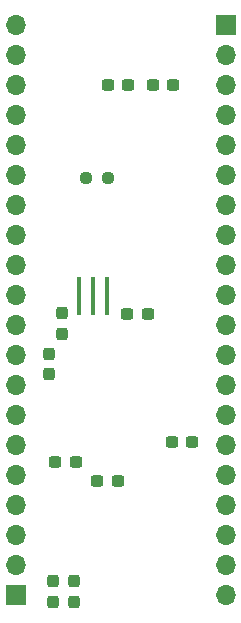
<source format=gbr>
%TF.GenerationSoftware,KiCad,Pcbnew,(6.0.1)*%
%TF.CreationDate,2022-02-14T12:01:51-05:00*%
%TF.ProjectId,demo,64656d6f-2e6b-4696-9361-645f70636258,rev?*%
%TF.SameCoordinates,Original*%
%TF.FileFunction,Soldermask,Bot*%
%TF.FilePolarity,Negative*%
%FSLAX46Y46*%
G04 Gerber Fmt 4.6, Leading zero omitted, Abs format (unit mm)*
G04 Created by KiCad (PCBNEW (6.0.1)) date 2022-02-14 12:01:51*
%MOMM*%
%LPD*%
G01*
G04 APERTURE LIST*
G04 Aperture macros list*
%AMRoundRect*
0 Rectangle with rounded corners*
0 $1 Rounding radius*
0 $2 $3 $4 $5 $6 $7 $8 $9 X,Y pos of 4 corners*
0 Add a 4 corners polygon primitive as box body*
4,1,4,$2,$3,$4,$5,$6,$7,$8,$9,$2,$3,0*
0 Add four circle primitives for the rounded corners*
1,1,$1+$1,$2,$3*
1,1,$1+$1,$4,$5*
1,1,$1+$1,$6,$7*
1,1,$1+$1,$8,$9*
0 Add four rect primitives between the rounded corners*
20,1,$1+$1,$2,$3,$4,$5,0*
20,1,$1+$1,$4,$5,$6,$7,0*
20,1,$1+$1,$6,$7,$8,$9,0*
20,1,$1+$1,$8,$9,$2,$3,0*%
G04 Aperture macros list end*
%ADD10RoundRect,0.237500X-0.300000X-0.237500X0.300000X-0.237500X0.300000X0.237500X-0.300000X0.237500X0*%
%ADD11RoundRect,0.237500X0.300000X0.237500X-0.300000X0.237500X-0.300000X-0.237500X0.300000X-0.237500X0*%
%ADD12RoundRect,0.237500X0.237500X-0.300000X0.237500X0.300000X-0.237500X0.300000X-0.237500X-0.300000X0*%
%ADD13RoundRect,0.237500X0.250000X0.237500X-0.250000X0.237500X-0.250000X-0.237500X0.250000X-0.237500X0*%
%ADD14R,0.400000X3.200000*%
%ADD15R,1.700000X1.700000*%
%ADD16O,1.700000X1.700000*%
%ADD17RoundRect,0.237500X-0.237500X0.300000X-0.237500X-0.300000X0.237500X-0.300000X0.237500X0.300000X0*%
G04 APERTURE END LIST*
D10*
%TO.C,C12*%
X156363500Y-64770000D03*
X158088500Y-64770000D03*
%TD*%
D11*
%TO.C,C11*%
X159739500Y-94996000D03*
X158014500Y-94996000D03*
%TD*%
D12*
%TO.C,C9*%
X147574000Y-89254500D03*
X147574000Y-87529500D03*
%TD*%
D10*
%TO.C,C10*%
X154229900Y-84124800D03*
X155954900Y-84124800D03*
%TD*%
D13*
%TO.C,R10*%
X152550500Y-72644000D03*
X150725500Y-72644000D03*
%TD*%
D14*
%TO.C,Y1*%
X152534800Y-82600800D03*
X151334800Y-82600800D03*
X150134800Y-82600800D03*
%TD*%
D15*
%TO.C,J2*%
X162560000Y-59690000D03*
D16*
X162560000Y-62230000D03*
X162560000Y-64770000D03*
X162560000Y-67310000D03*
X162560000Y-69850000D03*
X162560000Y-72390000D03*
X162560000Y-74930000D03*
X162560000Y-77470000D03*
X162560000Y-80010000D03*
X162560000Y-82550000D03*
X162560000Y-85090000D03*
X162560000Y-87630000D03*
X162560000Y-90170000D03*
X162560000Y-92710000D03*
X162560000Y-95250000D03*
X162560000Y-97790000D03*
X162560000Y-100330000D03*
X162560000Y-102870000D03*
X162560000Y-105410000D03*
X162560000Y-107950000D03*
%TD*%
D12*
%TO.C,C5*%
X148691600Y-85800100D03*
X148691600Y-84075100D03*
%TD*%
D15*
%TO.C,J3*%
X144780000Y-107945000D03*
D16*
X144780000Y-105405000D03*
X144780000Y-102865000D03*
X144780000Y-100325000D03*
X144780000Y-97785000D03*
X144780000Y-95245000D03*
X144780000Y-92705000D03*
X144780000Y-90165000D03*
X144780000Y-87625000D03*
X144780000Y-85085000D03*
X144780000Y-82545000D03*
X144780000Y-80005000D03*
X144780000Y-77465000D03*
X144780000Y-74925000D03*
X144780000Y-72385000D03*
X144780000Y-69845000D03*
X144780000Y-67305000D03*
X144780000Y-64765000D03*
X144780000Y-62225000D03*
X144780000Y-59685000D03*
%TD*%
D17*
%TO.C,C3*%
X149707600Y-106783800D03*
X149707600Y-108508800D03*
%TD*%
D11*
%TO.C,C8*%
X154278500Y-64770000D03*
X152553500Y-64770000D03*
%TD*%
%TO.C,C4*%
X149860000Y-96647000D03*
X148135000Y-96647000D03*
%TD*%
D10*
%TO.C,C7*%
X151691000Y-98298000D03*
X153416000Y-98298000D03*
%TD*%
D17*
%TO.C,C2*%
X147929600Y-106782700D03*
X147929600Y-108507700D03*
%TD*%
M02*

</source>
